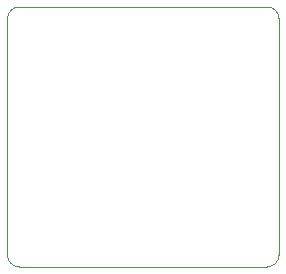
<source format=gbr>
G04 #@! TF.GenerationSoftware,KiCad,Pcbnew,(5.1.2)-2*
G04 #@! TF.CreationDate,2019-11-03T14:13:23-08:00*
G04 #@! TF.ProjectId,dac-breakout-ad5689,6461632d-6272-4656-916b-6f75742d6164,rev?*
G04 #@! TF.SameCoordinates,Original*
G04 #@! TF.FileFunction,Profile,NP*
%FSLAX46Y46*%
G04 Gerber Fmt 4.6, Leading zero omitted, Abs format (unit mm)*
G04 Created by KiCad (PCBNEW (5.1.2)-2) date 2019-11-03 14:13:23*
%MOMM*%
%LPD*%
G04 APERTURE LIST*
%ADD10C,0.100000*%
G04 APERTURE END LIST*
D10*
X140200000Y-112999831D02*
G75*
G02X141200169Y-114000000I0J-1000169D01*
G01*
X141200169Y-134000000D02*
G75*
G02X140218400Y-135000000I-1000169J0D01*
G01*
X119218397Y-134999831D02*
G75*
G02X118200000Y-134000000I-18397J999831D01*
G01*
X118200000Y-114000000D02*
G75*
G02X119200000Y-113000000I1000000J0D01*
G01*
X118200000Y-114000000D02*
X118200000Y-134000000D01*
X140200000Y-112999831D02*
X119200000Y-113000000D01*
X141200169Y-134000000D02*
X141200169Y-114000000D01*
X119218400Y-135000000D02*
X140218400Y-135000000D01*
M02*

</source>
